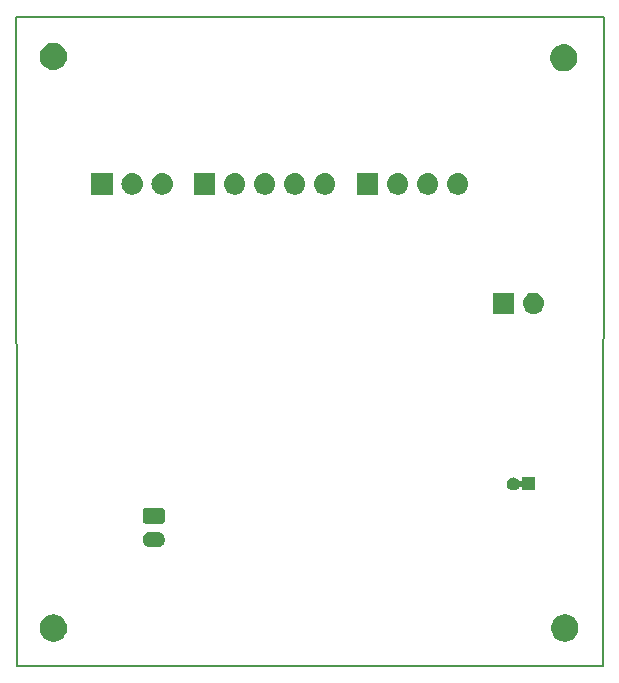
<source format=gbr>
G04 #@! TF.GenerationSoftware,KiCad,Pcbnew,5.1.0*
G04 #@! TF.CreationDate,2019-05-01T02:44:57+08:00*
G04 #@! TF.ProjectId,reflow-toaster-mainboard,7265666c-6f77-42d7-946f-61737465722d,rev?*
G04 #@! TF.SameCoordinates,Original*
G04 #@! TF.FileFunction,Soldermask,Bot*
G04 #@! TF.FilePolarity,Negative*
%FSLAX46Y46*%
G04 Gerber Fmt 4.6, Leading zero omitted, Abs format (unit mm)*
G04 Created by KiCad (PCBNEW 5.1.0) date 2019-05-01 02:44:57*
%MOMM*%
%LPD*%
G04 APERTURE LIST*
%ADD10C,0.150000*%
%ADD11C,0.100000*%
G04 APERTURE END LIST*
D10*
X171000000Y-54500000D02*
X121200000Y-54500000D01*
X121300000Y-109400000D02*
X121200000Y-54500000D01*
X170900000Y-109400000D02*
X121300000Y-109400000D01*
X171000000Y-54500000D02*
X170900000Y-109400000D01*
D11*
G36*
X167924549Y-105071116D02*
G01*
X168035734Y-105093232D01*
X168245203Y-105179997D01*
X168433720Y-105305960D01*
X168594040Y-105466280D01*
X168720003Y-105654797D01*
X168806768Y-105864266D01*
X168851000Y-106086636D01*
X168851000Y-106313364D01*
X168806768Y-106535734D01*
X168720003Y-106745203D01*
X168594040Y-106933720D01*
X168433720Y-107094040D01*
X168245203Y-107220003D01*
X168035734Y-107306768D01*
X167924549Y-107328884D01*
X167813365Y-107351000D01*
X167586635Y-107351000D01*
X167475451Y-107328884D01*
X167364266Y-107306768D01*
X167154797Y-107220003D01*
X166966280Y-107094040D01*
X166805960Y-106933720D01*
X166679997Y-106745203D01*
X166593232Y-106535734D01*
X166549000Y-106313364D01*
X166549000Y-106086636D01*
X166593232Y-105864266D01*
X166679997Y-105654797D01*
X166805960Y-105466280D01*
X166966280Y-105305960D01*
X167154797Y-105179997D01*
X167364266Y-105093232D01*
X167475451Y-105071116D01*
X167586635Y-105049000D01*
X167813365Y-105049000D01*
X167924549Y-105071116D01*
X167924549Y-105071116D01*
G37*
G36*
X124624549Y-105071116D02*
G01*
X124735734Y-105093232D01*
X124945203Y-105179997D01*
X125133720Y-105305960D01*
X125294040Y-105466280D01*
X125420003Y-105654797D01*
X125506768Y-105864266D01*
X125551000Y-106086636D01*
X125551000Y-106313364D01*
X125506768Y-106535734D01*
X125420003Y-106745203D01*
X125294040Y-106933720D01*
X125133720Y-107094040D01*
X124945203Y-107220003D01*
X124735734Y-107306768D01*
X124624549Y-107328884D01*
X124513365Y-107351000D01*
X124286635Y-107351000D01*
X124175451Y-107328884D01*
X124064266Y-107306768D01*
X123854797Y-107220003D01*
X123666280Y-107094040D01*
X123505960Y-106933720D01*
X123379997Y-106745203D01*
X123293232Y-106535734D01*
X123249000Y-106313364D01*
X123249000Y-106086636D01*
X123293232Y-105864266D01*
X123379997Y-105654797D01*
X123505960Y-105466280D01*
X123666280Y-105305960D01*
X123854797Y-105179997D01*
X124064266Y-105093232D01*
X124175451Y-105071116D01*
X124286635Y-105049000D01*
X124513365Y-105049000D01*
X124624549Y-105071116D01*
X124624549Y-105071116D01*
G37*
G36*
X133238855Y-98052140D02*
G01*
X133302618Y-98058420D01*
X133393404Y-98085960D01*
X133425336Y-98095646D01*
X133538425Y-98156094D01*
X133637554Y-98237446D01*
X133718906Y-98336575D01*
X133779354Y-98449664D01*
X133779355Y-98449668D01*
X133816580Y-98572382D01*
X133829149Y-98700000D01*
X133816580Y-98827618D01*
X133789040Y-98918404D01*
X133779354Y-98950336D01*
X133718906Y-99063425D01*
X133637554Y-99162554D01*
X133538425Y-99243906D01*
X133425336Y-99304354D01*
X133393404Y-99314040D01*
X133302618Y-99341580D01*
X133238855Y-99347860D01*
X133206974Y-99351000D01*
X132593026Y-99351000D01*
X132561145Y-99347860D01*
X132497382Y-99341580D01*
X132406596Y-99314040D01*
X132374664Y-99304354D01*
X132261575Y-99243906D01*
X132162446Y-99162554D01*
X132081094Y-99063425D01*
X132020646Y-98950336D01*
X132010960Y-98918404D01*
X131983420Y-98827618D01*
X131970851Y-98700000D01*
X131983420Y-98572382D01*
X132020645Y-98449668D01*
X132020646Y-98449664D01*
X132081094Y-98336575D01*
X132162446Y-98237446D01*
X132261575Y-98156094D01*
X132374664Y-98095646D01*
X132406596Y-98085960D01*
X132497382Y-98058420D01*
X132561145Y-98052140D01*
X132593026Y-98049000D01*
X133206974Y-98049000D01*
X133238855Y-98052140D01*
X133238855Y-98052140D01*
G37*
G36*
X133666242Y-96053404D02*
G01*
X133703337Y-96064657D01*
X133737515Y-96082925D01*
X133767481Y-96107519D01*
X133792075Y-96137485D01*
X133810343Y-96171663D01*
X133821596Y-96208758D01*
X133826000Y-96253474D01*
X133826000Y-97146526D01*
X133821596Y-97191242D01*
X133810343Y-97228337D01*
X133792075Y-97262515D01*
X133767481Y-97292481D01*
X133737515Y-97317075D01*
X133703337Y-97335343D01*
X133666242Y-97346596D01*
X133621526Y-97351000D01*
X132178474Y-97351000D01*
X132133758Y-97346596D01*
X132096663Y-97335343D01*
X132062485Y-97317075D01*
X132032519Y-97292481D01*
X132007925Y-97262515D01*
X131989657Y-97228337D01*
X131978404Y-97191242D01*
X131974000Y-97146526D01*
X131974000Y-96253474D01*
X131978404Y-96208758D01*
X131989657Y-96171663D01*
X132007925Y-96137485D01*
X132032519Y-96107519D01*
X132062485Y-96082925D01*
X132096663Y-96064657D01*
X132133758Y-96053404D01*
X132178474Y-96049000D01*
X133621526Y-96049000D01*
X133666242Y-96053404D01*
X133666242Y-96053404D01*
G37*
G36*
X163438015Y-93456973D02*
G01*
X163541879Y-93488479D01*
X163569055Y-93503005D01*
X163637600Y-93539643D01*
X163721501Y-93608499D01*
X163790356Y-93692400D01*
X163813764Y-93736193D01*
X163827375Y-93756563D01*
X163844702Y-93773890D01*
X163865076Y-93787504D01*
X163887715Y-93796881D01*
X163911748Y-93801662D01*
X163936252Y-93801662D01*
X163960286Y-93796882D01*
X163982924Y-93787505D01*
X164003299Y-93773891D01*
X164020626Y-93756564D01*
X164034240Y-93736190D01*
X164043617Y-93713551D01*
X164048398Y-93689518D01*
X164049000Y-93677265D01*
X164049000Y-93449000D01*
X165151000Y-93449000D01*
X165151000Y-94551000D01*
X164049000Y-94551000D01*
X164049000Y-94322735D01*
X164046598Y-94298349D01*
X164039485Y-94274900D01*
X164027934Y-94253289D01*
X164012389Y-94234347D01*
X163993447Y-94218802D01*
X163971836Y-94207251D01*
X163948387Y-94200138D01*
X163924001Y-94197736D01*
X163899615Y-94200138D01*
X163876166Y-94207251D01*
X163854555Y-94218802D01*
X163835613Y-94234347D01*
X163820068Y-94253289D01*
X163813767Y-94263802D01*
X163790356Y-94307600D01*
X163790355Y-94307601D01*
X163721501Y-94391501D01*
X163637600Y-94460357D01*
X163569055Y-94496995D01*
X163541879Y-94511521D01*
X163438015Y-94543027D01*
X163357067Y-94551000D01*
X163302933Y-94551000D01*
X163221985Y-94543027D01*
X163118121Y-94511521D01*
X163090945Y-94496995D01*
X163022400Y-94460357D01*
X162938499Y-94391501D01*
X162869643Y-94307600D01*
X162830489Y-94234347D01*
X162818479Y-94211879D01*
X162786973Y-94108015D01*
X162776334Y-94000000D01*
X162786973Y-93891985D01*
X162818479Y-93788121D01*
X162858338Y-93713551D01*
X162869643Y-93692400D01*
X162938499Y-93608499D01*
X163022400Y-93539643D01*
X163090945Y-93503005D01*
X163118121Y-93488479D01*
X163221985Y-93456973D01*
X163302933Y-93449000D01*
X163357067Y-93449000D01*
X163438015Y-93456973D01*
X163438015Y-93456973D01*
G37*
G36*
X165150443Y-77805519D02*
G01*
X165216627Y-77812037D01*
X165386466Y-77863557D01*
X165542991Y-77947222D01*
X165578729Y-77976552D01*
X165680186Y-78059814D01*
X165763448Y-78161271D01*
X165792778Y-78197009D01*
X165876443Y-78353534D01*
X165927963Y-78523373D01*
X165945359Y-78700000D01*
X165927963Y-78876627D01*
X165876443Y-79046466D01*
X165792778Y-79202991D01*
X165763448Y-79238729D01*
X165680186Y-79340186D01*
X165578729Y-79423448D01*
X165542991Y-79452778D01*
X165386466Y-79536443D01*
X165216627Y-79587963D01*
X165150442Y-79594482D01*
X165084260Y-79601000D01*
X164995740Y-79601000D01*
X164929558Y-79594482D01*
X164863373Y-79587963D01*
X164693534Y-79536443D01*
X164537009Y-79452778D01*
X164501271Y-79423448D01*
X164399814Y-79340186D01*
X164316552Y-79238729D01*
X164287222Y-79202991D01*
X164203557Y-79046466D01*
X164152037Y-78876627D01*
X164134641Y-78700000D01*
X164152037Y-78523373D01*
X164203557Y-78353534D01*
X164287222Y-78197009D01*
X164316552Y-78161271D01*
X164399814Y-78059814D01*
X164501271Y-77976552D01*
X164537009Y-77947222D01*
X164693534Y-77863557D01*
X164863373Y-77812037D01*
X164929557Y-77805519D01*
X164995740Y-77799000D01*
X165084260Y-77799000D01*
X165150443Y-77805519D01*
X165150443Y-77805519D01*
G37*
G36*
X163401000Y-79601000D02*
G01*
X161599000Y-79601000D01*
X161599000Y-77799000D01*
X163401000Y-77799000D01*
X163401000Y-79601000D01*
X163401000Y-79601000D01*
G37*
G36*
X153650443Y-67705519D02*
G01*
X153716627Y-67712037D01*
X153886466Y-67763557D01*
X154042991Y-67847222D01*
X154078729Y-67876552D01*
X154180186Y-67959814D01*
X154263448Y-68061271D01*
X154292778Y-68097009D01*
X154376443Y-68253534D01*
X154427963Y-68423373D01*
X154445359Y-68600000D01*
X154427963Y-68776627D01*
X154376443Y-68946466D01*
X154292778Y-69102991D01*
X154263448Y-69138729D01*
X154180186Y-69240186D01*
X154078729Y-69323448D01*
X154042991Y-69352778D01*
X153886466Y-69436443D01*
X153716627Y-69487963D01*
X153650443Y-69494481D01*
X153584260Y-69501000D01*
X153495740Y-69501000D01*
X153429557Y-69494481D01*
X153363373Y-69487963D01*
X153193534Y-69436443D01*
X153037009Y-69352778D01*
X153001271Y-69323448D01*
X152899814Y-69240186D01*
X152816552Y-69138729D01*
X152787222Y-69102991D01*
X152703557Y-68946466D01*
X152652037Y-68776627D01*
X152634641Y-68600000D01*
X152652037Y-68423373D01*
X152703557Y-68253534D01*
X152787222Y-68097009D01*
X152816552Y-68061271D01*
X152899814Y-67959814D01*
X153001271Y-67876552D01*
X153037009Y-67847222D01*
X153193534Y-67763557D01*
X153363373Y-67712037D01*
X153429557Y-67705519D01*
X153495740Y-67699000D01*
X153584260Y-67699000D01*
X153650443Y-67705519D01*
X153650443Y-67705519D01*
G37*
G36*
X129421000Y-69501000D02*
G01*
X127619000Y-69501000D01*
X127619000Y-67699000D01*
X129421000Y-67699000D01*
X129421000Y-69501000D01*
X129421000Y-69501000D01*
G37*
G36*
X133710443Y-67705519D02*
G01*
X133776627Y-67712037D01*
X133946466Y-67763557D01*
X134102991Y-67847222D01*
X134138729Y-67876552D01*
X134240186Y-67959814D01*
X134323448Y-68061271D01*
X134352778Y-68097009D01*
X134436443Y-68253534D01*
X134487963Y-68423373D01*
X134505359Y-68600000D01*
X134487963Y-68776627D01*
X134436443Y-68946466D01*
X134352778Y-69102991D01*
X134323448Y-69138729D01*
X134240186Y-69240186D01*
X134138729Y-69323448D01*
X134102991Y-69352778D01*
X133946466Y-69436443D01*
X133776627Y-69487963D01*
X133710443Y-69494481D01*
X133644260Y-69501000D01*
X133555740Y-69501000D01*
X133489557Y-69494481D01*
X133423373Y-69487963D01*
X133253534Y-69436443D01*
X133097009Y-69352778D01*
X133061271Y-69323448D01*
X132959814Y-69240186D01*
X132876552Y-69138729D01*
X132847222Y-69102991D01*
X132763557Y-68946466D01*
X132712037Y-68776627D01*
X132694641Y-68600000D01*
X132712037Y-68423373D01*
X132763557Y-68253534D01*
X132847222Y-68097009D01*
X132876552Y-68061271D01*
X132959814Y-67959814D01*
X133061271Y-67876552D01*
X133097009Y-67847222D01*
X133253534Y-67763557D01*
X133423373Y-67712037D01*
X133489557Y-67705519D01*
X133555740Y-67699000D01*
X133644260Y-67699000D01*
X133710443Y-67705519D01*
X133710443Y-67705519D01*
G37*
G36*
X131170443Y-67705519D02*
G01*
X131236627Y-67712037D01*
X131406466Y-67763557D01*
X131562991Y-67847222D01*
X131598729Y-67876552D01*
X131700186Y-67959814D01*
X131783448Y-68061271D01*
X131812778Y-68097009D01*
X131896443Y-68253534D01*
X131947963Y-68423373D01*
X131965359Y-68600000D01*
X131947963Y-68776627D01*
X131896443Y-68946466D01*
X131812778Y-69102991D01*
X131783448Y-69138729D01*
X131700186Y-69240186D01*
X131598729Y-69323448D01*
X131562991Y-69352778D01*
X131406466Y-69436443D01*
X131236627Y-69487963D01*
X131170443Y-69494481D01*
X131104260Y-69501000D01*
X131015740Y-69501000D01*
X130949557Y-69494481D01*
X130883373Y-69487963D01*
X130713534Y-69436443D01*
X130557009Y-69352778D01*
X130521271Y-69323448D01*
X130419814Y-69240186D01*
X130336552Y-69138729D01*
X130307222Y-69102991D01*
X130223557Y-68946466D01*
X130172037Y-68776627D01*
X130154641Y-68600000D01*
X130172037Y-68423373D01*
X130223557Y-68253534D01*
X130307222Y-68097009D01*
X130336552Y-68061271D01*
X130419814Y-67959814D01*
X130521271Y-67876552D01*
X130557009Y-67847222D01*
X130713534Y-67763557D01*
X130883373Y-67712037D01*
X130949557Y-67705519D01*
X131015740Y-67699000D01*
X131104260Y-67699000D01*
X131170443Y-67705519D01*
X131170443Y-67705519D01*
G37*
G36*
X138101000Y-69501000D02*
G01*
X136299000Y-69501000D01*
X136299000Y-67699000D01*
X138101000Y-67699000D01*
X138101000Y-69501000D01*
X138101000Y-69501000D01*
G37*
G36*
X139850443Y-67705519D02*
G01*
X139916627Y-67712037D01*
X140086466Y-67763557D01*
X140242991Y-67847222D01*
X140278729Y-67876552D01*
X140380186Y-67959814D01*
X140463448Y-68061271D01*
X140492778Y-68097009D01*
X140576443Y-68253534D01*
X140627963Y-68423373D01*
X140645359Y-68600000D01*
X140627963Y-68776627D01*
X140576443Y-68946466D01*
X140492778Y-69102991D01*
X140463448Y-69138729D01*
X140380186Y-69240186D01*
X140278729Y-69323448D01*
X140242991Y-69352778D01*
X140086466Y-69436443D01*
X139916627Y-69487963D01*
X139850443Y-69494481D01*
X139784260Y-69501000D01*
X139695740Y-69501000D01*
X139629557Y-69494481D01*
X139563373Y-69487963D01*
X139393534Y-69436443D01*
X139237009Y-69352778D01*
X139201271Y-69323448D01*
X139099814Y-69240186D01*
X139016552Y-69138729D01*
X138987222Y-69102991D01*
X138903557Y-68946466D01*
X138852037Y-68776627D01*
X138834641Y-68600000D01*
X138852037Y-68423373D01*
X138903557Y-68253534D01*
X138987222Y-68097009D01*
X139016552Y-68061271D01*
X139099814Y-67959814D01*
X139201271Y-67876552D01*
X139237009Y-67847222D01*
X139393534Y-67763557D01*
X139563373Y-67712037D01*
X139629557Y-67705519D01*
X139695740Y-67699000D01*
X139784260Y-67699000D01*
X139850443Y-67705519D01*
X139850443Y-67705519D01*
G37*
G36*
X142390443Y-67705519D02*
G01*
X142456627Y-67712037D01*
X142626466Y-67763557D01*
X142782991Y-67847222D01*
X142818729Y-67876552D01*
X142920186Y-67959814D01*
X143003448Y-68061271D01*
X143032778Y-68097009D01*
X143116443Y-68253534D01*
X143167963Y-68423373D01*
X143185359Y-68600000D01*
X143167963Y-68776627D01*
X143116443Y-68946466D01*
X143032778Y-69102991D01*
X143003448Y-69138729D01*
X142920186Y-69240186D01*
X142818729Y-69323448D01*
X142782991Y-69352778D01*
X142626466Y-69436443D01*
X142456627Y-69487963D01*
X142390443Y-69494481D01*
X142324260Y-69501000D01*
X142235740Y-69501000D01*
X142169557Y-69494481D01*
X142103373Y-69487963D01*
X141933534Y-69436443D01*
X141777009Y-69352778D01*
X141741271Y-69323448D01*
X141639814Y-69240186D01*
X141556552Y-69138729D01*
X141527222Y-69102991D01*
X141443557Y-68946466D01*
X141392037Y-68776627D01*
X141374641Y-68600000D01*
X141392037Y-68423373D01*
X141443557Y-68253534D01*
X141527222Y-68097009D01*
X141556552Y-68061271D01*
X141639814Y-67959814D01*
X141741271Y-67876552D01*
X141777009Y-67847222D01*
X141933534Y-67763557D01*
X142103373Y-67712037D01*
X142169557Y-67705519D01*
X142235740Y-67699000D01*
X142324260Y-67699000D01*
X142390443Y-67705519D01*
X142390443Y-67705519D01*
G37*
G36*
X144930443Y-67705519D02*
G01*
X144996627Y-67712037D01*
X145166466Y-67763557D01*
X145322991Y-67847222D01*
X145358729Y-67876552D01*
X145460186Y-67959814D01*
X145543448Y-68061271D01*
X145572778Y-68097009D01*
X145656443Y-68253534D01*
X145707963Y-68423373D01*
X145725359Y-68600000D01*
X145707963Y-68776627D01*
X145656443Y-68946466D01*
X145572778Y-69102991D01*
X145543448Y-69138729D01*
X145460186Y-69240186D01*
X145358729Y-69323448D01*
X145322991Y-69352778D01*
X145166466Y-69436443D01*
X144996627Y-69487963D01*
X144930443Y-69494481D01*
X144864260Y-69501000D01*
X144775740Y-69501000D01*
X144709557Y-69494481D01*
X144643373Y-69487963D01*
X144473534Y-69436443D01*
X144317009Y-69352778D01*
X144281271Y-69323448D01*
X144179814Y-69240186D01*
X144096552Y-69138729D01*
X144067222Y-69102991D01*
X143983557Y-68946466D01*
X143932037Y-68776627D01*
X143914641Y-68600000D01*
X143932037Y-68423373D01*
X143983557Y-68253534D01*
X144067222Y-68097009D01*
X144096552Y-68061271D01*
X144179814Y-67959814D01*
X144281271Y-67876552D01*
X144317009Y-67847222D01*
X144473534Y-67763557D01*
X144643373Y-67712037D01*
X144709557Y-67705519D01*
X144775740Y-67699000D01*
X144864260Y-67699000D01*
X144930443Y-67705519D01*
X144930443Y-67705519D01*
G37*
G36*
X147470443Y-67705519D02*
G01*
X147536627Y-67712037D01*
X147706466Y-67763557D01*
X147862991Y-67847222D01*
X147898729Y-67876552D01*
X148000186Y-67959814D01*
X148083448Y-68061271D01*
X148112778Y-68097009D01*
X148196443Y-68253534D01*
X148247963Y-68423373D01*
X148265359Y-68600000D01*
X148247963Y-68776627D01*
X148196443Y-68946466D01*
X148112778Y-69102991D01*
X148083448Y-69138729D01*
X148000186Y-69240186D01*
X147898729Y-69323448D01*
X147862991Y-69352778D01*
X147706466Y-69436443D01*
X147536627Y-69487963D01*
X147470443Y-69494481D01*
X147404260Y-69501000D01*
X147315740Y-69501000D01*
X147249557Y-69494481D01*
X147183373Y-69487963D01*
X147013534Y-69436443D01*
X146857009Y-69352778D01*
X146821271Y-69323448D01*
X146719814Y-69240186D01*
X146636552Y-69138729D01*
X146607222Y-69102991D01*
X146523557Y-68946466D01*
X146472037Y-68776627D01*
X146454641Y-68600000D01*
X146472037Y-68423373D01*
X146523557Y-68253534D01*
X146607222Y-68097009D01*
X146636552Y-68061271D01*
X146719814Y-67959814D01*
X146821271Y-67876552D01*
X146857009Y-67847222D01*
X147013534Y-67763557D01*
X147183373Y-67712037D01*
X147249557Y-67705519D01*
X147315740Y-67699000D01*
X147404260Y-67699000D01*
X147470443Y-67705519D01*
X147470443Y-67705519D01*
G37*
G36*
X151901000Y-69501000D02*
G01*
X150099000Y-69501000D01*
X150099000Y-67699000D01*
X151901000Y-67699000D01*
X151901000Y-69501000D01*
X151901000Y-69501000D01*
G37*
G36*
X156190443Y-67705519D02*
G01*
X156256627Y-67712037D01*
X156426466Y-67763557D01*
X156582991Y-67847222D01*
X156618729Y-67876552D01*
X156720186Y-67959814D01*
X156803448Y-68061271D01*
X156832778Y-68097009D01*
X156916443Y-68253534D01*
X156967963Y-68423373D01*
X156985359Y-68600000D01*
X156967963Y-68776627D01*
X156916443Y-68946466D01*
X156832778Y-69102991D01*
X156803448Y-69138729D01*
X156720186Y-69240186D01*
X156618729Y-69323448D01*
X156582991Y-69352778D01*
X156426466Y-69436443D01*
X156256627Y-69487963D01*
X156190443Y-69494481D01*
X156124260Y-69501000D01*
X156035740Y-69501000D01*
X155969557Y-69494481D01*
X155903373Y-69487963D01*
X155733534Y-69436443D01*
X155577009Y-69352778D01*
X155541271Y-69323448D01*
X155439814Y-69240186D01*
X155356552Y-69138729D01*
X155327222Y-69102991D01*
X155243557Y-68946466D01*
X155192037Y-68776627D01*
X155174641Y-68600000D01*
X155192037Y-68423373D01*
X155243557Y-68253534D01*
X155327222Y-68097009D01*
X155356552Y-68061271D01*
X155439814Y-67959814D01*
X155541271Y-67876552D01*
X155577009Y-67847222D01*
X155733534Y-67763557D01*
X155903373Y-67712037D01*
X155969557Y-67705519D01*
X156035740Y-67699000D01*
X156124260Y-67699000D01*
X156190443Y-67705519D01*
X156190443Y-67705519D01*
G37*
G36*
X158730443Y-67705519D02*
G01*
X158796627Y-67712037D01*
X158966466Y-67763557D01*
X159122991Y-67847222D01*
X159158729Y-67876552D01*
X159260186Y-67959814D01*
X159343448Y-68061271D01*
X159372778Y-68097009D01*
X159456443Y-68253534D01*
X159507963Y-68423373D01*
X159525359Y-68600000D01*
X159507963Y-68776627D01*
X159456443Y-68946466D01*
X159372778Y-69102991D01*
X159343448Y-69138729D01*
X159260186Y-69240186D01*
X159158729Y-69323448D01*
X159122991Y-69352778D01*
X158966466Y-69436443D01*
X158796627Y-69487963D01*
X158730443Y-69494481D01*
X158664260Y-69501000D01*
X158575740Y-69501000D01*
X158509557Y-69494481D01*
X158443373Y-69487963D01*
X158273534Y-69436443D01*
X158117009Y-69352778D01*
X158081271Y-69323448D01*
X157979814Y-69240186D01*
X157896552Y-69138729D01*
X157867222Y-69102991D01*
X157783557Y-68946466D01*
X157732037Y-68776627D01*
X157714641Y-68600000D01*
X157732037Y-68423373D01*
X157783557Y-68253534D01*
X157867222Y-68097009D01*
X157896552Y-68061271D01*
X157979814Y-67959814D01*
X158081271Y-67876552D01*
X158117009Y-67847222D01*
X158273534Y-67763557D01*
X158443373Y-67712037D01*
X158509557Y-67705519D01*
X158575740Y-67699000D01*
X158664260Y-67699000D01*
X158730443Y-67705519D01*
X158730443Y-67705519D01*
G37*
G36*
X167824549Y-56771116D02*
G01*
X167935734Y-56793232D01*
X168145203Y-56879997D01*
X168333720Y-57005960D01*
X168494040Y-57166280D01*
X168620003Y-57354797D01*
X168706768Y-57564266D01*
X168751000Y-57786636D01*
X168751000Y-58013364D01*
X168706768Y-58235734D01*
X168620003Y-58445203D01*
X168494040Y-58633720D01*
X168333720Y-58794040D01*
X168145203Y-58920003D01*
X167935734Y-59006768D01*
X167824549Y-59028884D01*
X167713365Y-59051000D01*
X167486635Y-59051000D01*
X167375451Y-59028884D01*
X167264266Y-59006768D01*
X167054797Y-58920003D01*
X166866280Y-58794040D01*
X166705960Y-58633720D01*
X166579997Y-58445203D01*
X166493232Y-58235734D01*
X166449000Y-58013364D01*
X166449000Y-57786636D01*
X166493232Y-57564266D01*
X166579997Y-57354797D01*
X166705960Y-57166280D01*
X166866280Y-57005960D01*
X167054797Y-56879997D01*
X167264266Y-56793232D01*
X167375451Y-56771116D01*
X167486635Y-56749000D01*
X167713365Y-56749000D01*
X167824549Y-56771116D01*
X167824549Y-56771116D01*
G37*
G36*
X124624549Y-56671116D02*
G01*
X124735734Y-56693232D01*
X124945203Y-56779997D01*
X125133720Y-56905960D01*
X125294040Y-57066280D01*
X125420003Y-57254797D01*
X125506768Y-57464266D01*
X125551000Y-57686636D01*
X125551000Y-57913364D01*
X125506768Y-58135734D01*
X125420003Y-58345203D01*
X125294040Y-58533720D01*
X125133720Y-58694040D01*
X124945203Y-58820003D01*
X124735734Y-58906768D01*
X124669197Y-58920003D01*
X124513365Y-58951000D01*
X124286635Y-58951000D01*
X124130803Y-58920003D01*
X124064266Y-58906768D01*
X123854797Y-58820003D01*
X123666280Y-58694040D01*
X123505960Y-58533720D01*
X123379997Y-58345203D01*
X123293232Y-58135734D01*
X123249000Y-57913364D01*
X123249000Y-57686636D01*
X123293232Y-57464266D01*
X123379997Y-57254797D01*
X123505960Y-57066280D01*
X123666280Y-56905960D01*
X123854797Y-56779997D01*
X124064266Y-56693232D01*
X124175451Y-56671116D01*
X124286635Y-56649000D01*
X124513365Y-56649000D01*
X124624549Y-56671116D01*
X124624549Y-56671116D01*
G37*
M02*

</source>
